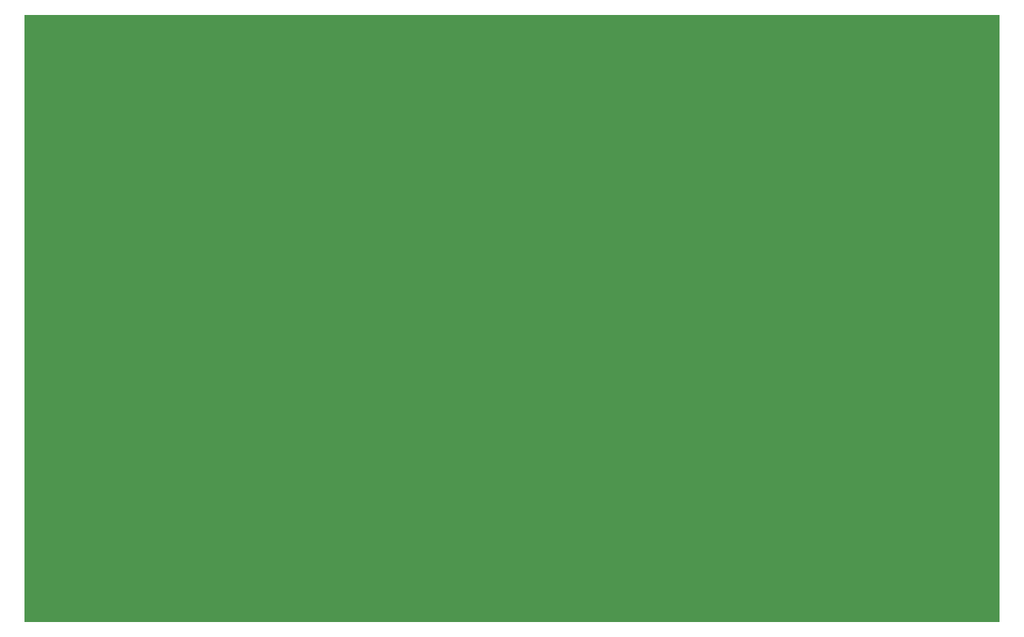
<source format=gbs>
G04 Layer: BottomSolderMaskLayer*
G04 EasyEDA Pro v2.2.32.3, 2024-11-02 15:36:31*
G04 Gerber Generator version 0.3*
G04 Scale: 100 percent, Rotated: No, Reflected: No*
G04 Dimensions in millimeters*
G04 Leading zeros omitted, absolute positions, 3 integers and 5 decimals*
%FSLAX35Y35*%
%MOMM*%
%ADD10C,4.502*%
G75*


G04 Rect Start*
G36*
G01X-9556765Y-6359347D02*
G01X-9556765Y157055D01*
G01X900544Y157055D01*
G01X900544Y-6359347D01*
G01X-9556765Y-6359347D01*
G37*
G04 Rect End*

G04 Pad Start*
G54D10*
G01X-8483466Y-5516944D03*
G01X-9083466Y-3280545D03*
G01X-483466Y-5516944D03*
G01X116534Y-3280545D03*
G01X-6983466Y-316944D03*
G01X-1983466Y-316944D03*
G01X-4483466Y-3280545D03*
G04 Pad End*

M02*


</source>
